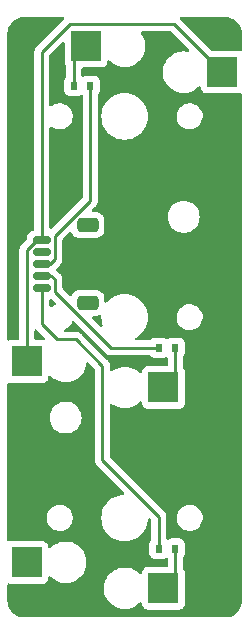
<source format=gbr>
%TF.GenerationSoftware,KiCad,Pcbnew,(7.0.0-0)*%
%TF.CreationDate,2023-06-28T18:09:58+08:00*%
%TF.ProjectId,thumb3,7468756d-6233-42e6-9b69-6361645f7063,v1.0.0*%
%TF.SameCoordinates,Original*%
%TF.FileFunction,Copper,L2,Bot*%
%TF.FilePolarity,Positive*%
%FSLAX46Y46*%
G04 Gerber Fmt 4.6, Leading zero omitted, Abs format (unit mm)*
G04 Created by KiCad (PCBNEW (7.0.0-0)) date 2023-06-28 18:09:58*
%MOMM*%
%LPD*%
G01*
G04 APERTURE LIST*
G04 Aperture macros list*
%AMRoundRect*
0 Rectangle with rounded corners*
0 $1 Rounding radius*
0 $2 $3 $4 $5 $6 $7 $8 $9 X,Y pos of 4 corners*
0 Add a 4 corners polygon primitive as box body*
4,1,4,$2,$3,$4,$5,$6,$7,$8,$9,$2,$3,0*
0 Add four circle primitives for the rounded corners*
1,1,$1+$1,$2,$3*
1,1,$1+$1,$4,$5*
1,1,$1+$1,$6,$7*
1,1,$1+$1,$8,$9*
0 Add four rect primitives between the rounded corners*
20,1,$1+$1,$2,$3,$4,$5,0*
20,1,$1+$1,$4,$5,$6,$7,0*
20,1,$1+$1,$6,$7,$8,$9,0*
20,1,$1+$1,$8,$9,$2,$3,0*%
G04 Aperture macros list end*
%TA.AperFunction,SMDPad,CuDef*%
%ADD10RoundRect,0.150000X-0.625000X0.150000X-0.625000X-0.150000X0.625000X-0.150000X0.625000X0.150000X0*%
%TD*%
%TA.AperFunction,SMDPad,CuDef*%
%ADD11RoundRect,0.250000X-0.650000X0.350000X-0.650000X-0.350000X0.650000X-0.350000X0.650000X0.350000X0*%
%TD*%
%TA.AperFunction,SMDPad,CuDef*%
%ADD12R,2.600000X2.600000*%
%TD*%
%TA.AperFunction,ComponentPad*%
%ADD13C,0.600000*%
%TD*%
%TA.AperFunction,SMDPad,CuDef*%
%ADD14R,0.600000X0.700000*%
%TD*%
%TA.AperFunction,Conductor*%
%ADD15C,0.250000*%
%TD*%
G04 APERTURE END LIST*
D10*
%TO.P,JC1,5*%
%TO.N,R2*%
X-7000000Y19500000D03*
%TO.P,JC1,4*%
%TO.N,R1*%
X-7000000Y20500000D03*
%TO.P,JC1,3*%
%TO.N,R0*%
X-7000000Y21500000D03*
%TO.P,JC1,2*%
%TO.N,C6*%
X-7000000Y22500000D03*
%TO.P,JC1,1*%
%TO.N,C5*%
X-7000000Y23500000D03*
D11*
%TO.P,JC1,MP*%
%TO.N,N/C*%
X-3125000Y24800000D03*
X-3125000Y18200000D03*
%TD*%
D12*
%TO.P,S1,1*%
%TO.N,C5_R0D*%
X-3274999Y39949999D03*
%TO.P,S1,2*%
%TO.N,C5*%
X8274999Y37749999D03*
D13*
%TO.P,S1,3*%
%TO.N,C5_R0D*%
X-3275000Y39950000D03*
%TO.P,S1,4*%
%TO.N,C5*%
X8275000Y37750000D03*
%TD*%
D14*
%TO.P,D1,1*%
%TO.N,R0*%
X-2899999Y36599999D03*
%TO.P,D1,2*%
%TO.N,C5_R0D*%
X-4299999Y36599999D03*
%TD*%
D12*
%TO.P,S2,1*%
%TO.N,C5_R1D*%
X3274999Y11049999D03*
%TO.P,S2,2*%
%TO.N,C5*%
X-8274999Y13249999D03*
D13*
%TO.P,S2,3*%
%TO.N,C5_R1D*%
X3275000Y11050000D03*
%TO.P,S2,4*%
%TO.N,C5*%
X-8275000Y13250000D03*
%TD*%
D14*
%TO.P,D2,1*%
%TO.N,R1*%
X2899999Y14399999D03*
%TO.P,D2,2*%
%TO.N,C5_R1D*%
X4299999Y14399999D03*
%TD*%
D12*
%TO.P,S3,1*%
%TO.N,C5_R2D*%
X3274999Y-5949999D03*
%TO.P,S3,2*%
%TO.N,C5*%
X-8274999Y-3749999D03*
D13*
%TO.P,S3,3*%
%TO.N,C5_R2D*%
X3275000Y-5950000D03*
%TO.P,S3,4*%
%TO.N,C5*%
X-8275000Y-3750000D03*
%TD*%
D14*
%TO.P,D3,1*%
%TO.N,R2*%
X2899999Y-2599999D03*
%TO.P,D3,2*%
%TO.N,C5_R2D*%
X4299999Y-2599999D03*
%TD*%
D15*
%TO.N,C5*%
X-7446751Y23500000D02*
X-7000000Y23500000D01*
X-8275000Y22671751D02*
X-7446751Y23500000D01*
X4200000Y41825000D02*
X-4650000Y41825000D01*
X8275000Y37750000D02*
X4200000Y41825000D01*
X-7000000Y39475000D02*
X-7000000Y23500000D01*
X-8275000Y13250000D02*
X-8275000Y22671751D01*
X-4650000Y41825000D02*
X-7000000Y39475000D01*
%TO.N,R0*%
X-6300000Y21500000D02*
X-7000000Y21500000D01*
X-5900000Y21900000D02*
X-6300000Y21500000D01*
X-2900000Y26838173D02*
X-5900000Y23838173D01*
X-2900000Y36600000D02*
X-2900000Y26838173D01*
X-5900000Y23838173D02*
X-5900000Y21900000D01*
%TO.N,R1*%
X-6200000Y20500000D02*
X-7000000Y20500000D01*
X-1138173Y14400000D02*
X-5900000Y19161827D01*
X-5900000Y19161827D02*
X-5900000Y20200000D01*
X2900000Y14400000D02*
X-1138173Y14400000D01*
X-5900000Y20200000D02*
X-6200000Y20500000D01*
%TO.N,R2*%
X-4125000Y15125000D02*
X-1875000Y12875000D01*
X-1875000Y12875000D02*
X-1875000Y4875000D01*
X2900000Y100000D02*
X2900000Y-2600000D01*
X-7000000Y16400000D02*
X-5725000Y15125000D01*
X-1875000Y4875000D02*
X2900000Y100000D01*
X-7000000Y19500000D02*
X-7000000Y16400000D01*
X-5725000Y15125000D02*
X-4125000Y15125000D01*
%TO.N,C5_R0D*%
X-4300000Y38925000D02*
X-3275000Y39950000D01*
X-4300000Y36600000D02*
X-4300000Y38925000D01*
%TO.N,C5_R1D*%
X4300000Y14400000D02*
X4300000Y12075000D01*
X4300000Y12075000D02*
X3275000Y11050000D01*
%TO.N,C5_R2D*%
X4300000Y-4925000D02*
X3275000Y-5950000D01*
X4300000Y-2600000D02*
X4300000Y-4925000D01*
%TD*%
%TA.AperFunction,NonConductor*%
G36*
X8504854Y42424118D02*
G01*
X8713113Y42407727D01*
X8732331Y42404683D01*
X8930705Y42357058D01*
X8949211Y42351045D01*
X9137694Y42272972D01*
X9155031Y42264139D01*
X9328981Y42157543D01*
X9344722Y42146106D01*
X9499859Y42013606D01*
X9513606Y41999859D01*
X9641029Y41850665D01*
X9646106Y41844722D01*
X9657543Y41828981D01*
X9764139Y41655031D01*
X9772972Y41637694D01*
X9851045Y41449211D01*
X9857058Y41430705D01*
X9904683Y41232331D01*
X9907727Y41213113D01*
X9924118Y41004854D01*
X9924500Y40995125D01*
X9924500Y39640956D01*
X9910375Y39583481D01*
X9871220Y39539100D01*
X9815953Y39517923D01*
X9757166Y39524774D01*
X9756941Y39524858D01*
X9684201Y39551989D01*
X9623638Y39558500D01*
X9620328Y39558500D01*
X7413767Y39558500D01*
X7366314Y39567939D01*
X7326086Y39594819D01*
X4708085Y42212819D01*
X4677835Y42262182D01*
X4673293Y42319898D01*
X4695448Y42373385D01*
X4739471Y42410985D01*
X4795766Y42424500D01*
X8475469Y42424500D01*
X8495125Y42424500D01*
X8504854Y42424118D01*
G37*
%TD.AperFunction*%
%TA.AperFunction,NonConductor*%
G36*
X-5134615Y40296551D02*
G01*
X-5097015Y40252528D01*
X-5083500Y40196233D01*
X-5083500Y38601362D01*
X-5076989Y38540799D01*
X-5025889Y38403796D01*
X-5020573Y38396695D01*
X-5020571Y38396691D01*
X-4958233Y38313417D01*
X-4939846Y38278266D01*
X-4933500Y38239107D01*
X-4933500Y37392600D01*
X-4942939Y37345147D01*
X-4963916Y37313751D01*
X-4963260Y37313261D01*
X-4963261Y37313261D01*
X-5050889Y37196204D01*
X-5101989Y37059201D01*
X-5108500Y36998638D01*
X-5108500Y36201362D01*
X-5101989Y36140799D01*
X-5050889Y36003796D01*
X-4963261Y35886739D01*
X-4956164Y35881426D01*
X-4900569Y35839808D01*
X-4846204Y35799111D01*
X-4837896Y35796012D01*
X-4837894Y35796011D01*
X-4716463Y35750719D01*
X-4716458Y35750717D01*
X-4709201Y35748011D01*
X-4701497Y35747182D01*
X-4701494Y35747182D01*
X-4651924Y35741853D01*
X-4651918Y35741852D01*
X-4648638Y35741500D01*
X-3954672Y35741500D01*
X-3951362Y35741500D01*
X-3948082Y35741852D01*
X-3948075Y35741853D01*
X-3898505Y35747182D01*
X-3898500Y35747182D01*
X-3890799Y35748011D01*
X-3883543Y35750717D01*
X-3883536Y35750719D01*
X-3762105Y35796011D01*
X-3762099Y35796013D01*
X-3753796Y35799111D01*
X-3746698Y35804423D01*
X-3746695Y35804426D01*
X-3731811Y35815569D01*
X-3668553Y35839808D01*
X-3601996Y35827186D01*
X-3552005Y35781469D01*
X-3533500Y35716302D01*
X-3533500Y27151939D01*
X-3542939Y27104486D01*
X-3569819Y27064258D01*
X-6154819Y24479258D01*
X-6204182Y24449008D01*
X-6261898Y24444466D01*
X-6315385Y24466621D01*
X-6352985Y24510644D01*
X-6366500Y24566939D01*
X-6366500Y33020540D01*
X-6349142Y33083813D01*
X-6301927Y33129372D01*
X-6238074Y33144461D01*
X-6175461Y33124856D01*
X-6006986Y33016584D01*
X-5811712Y32938407D01*
X-5805908Y32937288D01*
X-5805907Y32937288D01*
X-5610968Y32899717D01*
X-5610965Y32899716D01*
X-5605171Y32898600D01*
X-5450486Y32898600D01*
X-5447532Y32898600D01*
X-5444603Y32898879D01*
X-5444596Y32898880D01*
X-5296491Y32913022D01*
X-5296485Y32913023D01*
X-5290611Y32913584D01*
X-5284943Y32915248D01*
X-5284939Y32915249D01*
X-5094454Y32971180D01*
X-5094448Y32971182D01*
X-5088789Y32972844D01*
X-5083544Y32975547D01*
X-5083539Y32975550D01*
X-4907079Y33066522D01*
X-4907071Y33066526D01*
X-4901830Y33069229D01*
X-4897187Y33072880D01*
X-4741135Y33195599D01*
X-4741128Y33195605D01*
X-4736490Y33199253D01*
X-4732626Y33203711D01*
X-4732621Y33203717D01*
X-4602611Y33353756D01*
X-4602605Y33353763D01*
X-4598745Y33358219D01*
X-4548652Y33444982D01*
X-4496530Y33535260D01*
X-4496527Y33535264D01*
X-4493574Y33540381D01*
X-4491643Y33545960D01*
X-4491639Y33545969D01*
X-4426709Y33733572D01*
X-4426706Y33733581D01*
X-4424778Y33739154D01*
X-4423938Y33744990D01*
X-4423937Y33744998D01*
X-4395682Y33941515D01*
X-4395681Y33941521D01*
X-4394843Y33947355D01*
X-4395123Y33953239D01*
X-4395123Y33953246D01*
X-4404571Y34151561D01*
X-4404852Y34157459D01*
X-4428516Y34255001D01*
X-4453049Y34356130D01*
X-4453049Y34356132D01*
X-4454442Y34361871D01*
X-4456895Y34367242D01*
X-4456897Y34367248D01*
X-4539363Y34547824D01*
X-4539365Y34547828D01*
X-4541821Y34553205D01*
X-4663831Y34724544D01*
X-4816063Y34869697D01*
X-4993014Y34983416D01*
X-5188288Y35061593D01*
X-5394829Y35101400D01*
X-5552468Y35101400D01*
X-5709389Y35086416D01*
X-5911211Y35027156D01*
X-6098170Y34930771D01*
X-6164985Y34878227D01*
X-6165849Y34877548D01*
X-6229245Y34851729D01*
X-6296681Y34863483D01*
X-6347606Y34909226D01*
X-6366500Y34975019D01*
X-6366500Y39161234D01*
X-6357061Y39208687D01*
X-6330181Y39248915D01*
X-5295181Y40283914D01*
X-5245818Y40314164D01*
X-5188102Y40318706D01*
X-5134615Y40296551D01*
G37*
%TD.AperFunction*%
%TA.AperFunction,NonConductor*%
G36*
X-6204182Y18550992D02*
G01*
X-6154819Y18520742D01*
X-5865195Y18231118D01*
X-5834108Y18179077D01*
X-5831406Y18118517D01*
X-5857734Y18063914D01*
X-5906484Y18028543D01*
X-5911211Y18027156D01*
X-6098170Y17930771D01*
X-6164985Y17878227D01*
X-6165849Y17877548D01*
X-6229245Y17851729D01*
X-6296681Y17863483D01*
X-6347606Y17909226D01*
X-6366500Y17975019D01*
X-6366500Y18433061D01*
X-6352985Y18489356D01*
X-6315385Y18533379D01*
X-6261898Y18555534D01*
X-6204182Y18550992D01*
G37*
%TD.AperFunction*%
%TA.AperFunction,NonConductor*%
G36*
X-2020393Y17152828D02*
G01*
X-1978959Y17104430D01*
X-1967026Y17041847D01*
X-1970019Y17000000D01*
X-1949967Y16719637D01*
X-1890219Y16444982D01*
X-1858576Y16360144D01*
X-1853247Y16345857D01*
X-1847559Y16279636D01*
X-1876885Y16219991D01*
X-1932799Y16184057D01*
X-1999236Y16182159D01*
X-2057110Y16214842D01*
X-2722087Y16879819D01*
X-2752337Y16929182D01*
X-2756879Y16986898D01*
X-2734724Y17040385D01*
X-2690701Y17077985D01*
X-2634407Y17091500D01*
X-2427604Y17091500D01*
X-2427584Y17091500D01*
X-2424456Y17091501D01*
X-2421343Y17091818D01*
X-2421323Y17091820D01*
X-2327313Y17101424D01*
X-2327307Y17101425D01*
X-2320574Y17102113D01*
X-2314144Y17104243D01*
X-2314142Y17104244D01*
X-2159122Y17155611D01*
X-2159115Y17155613D01*
X-2152262Y17157885D01*
X-2146114Y17161676D01*
X-2143112Y17163077D01*
X-2080390Y17174263D01*
X-2020393Y17152828D01*
G37*
%TD.AperFunction*%
%TA.AperFunction,NonConductor*%
G36*
X-7438458Y15940544D02*
G01*
X-7431324Y15934642D01*
X-7422685Y15926781D01*
X-6757007Y15261103D01*
X-6725106Y15206226D01*
X-6724541Y15142753D01*
X-6755459Y15087316D01*
X-6809760Y15054443D01*
X-6865695Y15052948D01*
X-6865799Y15051989D01*
X-6926362Y15058500D01*
X-6929672Y15058500D01*
X-7517500Y15058500D01*
X-7579500Y15075113D01*
X-7624887Y15120500D01*
X-7641500Y15182500D01*
X-7641500Y15845002D01*
X-7622196Y15911445D01*
X-7570296Y15957201D01*
X-7501957Y15968024D01*
X-7438458Y15940544D01*
G37*
%TD.AperFunction*%
%TA.AperFunction,NonConductor*%
G36*
X-5189470Y42410985D02*
G01*
X-5145447Y42373385D01*
X-5123292Y42319898D01*
X-5127834Y42262182D01*
X-5158083Y42212819D01*
X-7392217Y39978686D01*
X-7400552Y39971102D01*
X-7407018Y39967000D01*
X-7453691Y39917296D01*
X-7456308Y39914595D01*
X-7476135Y39894770D01*
X-7478658Y39891517D01*
X-7486251Y39882624D01*
X-7516586Y39850321D01*
X-7526423Y39832425D01*
X-7537096Y39816177D01*
X-7549614Y39800041D01*
X-7567215Y39759364D01*
X-7572348Y39748887D01*
X-7593695Y39710060D01*
X-7598774Y39690273D01*
X-7605070Y39671885D01*
X-7613181Y39653145D01*
X-7620111Y39609385D01*
X-7622481Y39597942D01*
X-7633500Y39555030D01*
X-7633500Y39547229D01*
X-7633500Y39534615D01*
X-7635027Y39515217D01*
X-7638220Y39495057D01*
X-7634645Y39457240D01*
X-7634050Y39450942D01*
X-7633500Y39439273D01*
X-7633500Y24425721D01*
X-7646577Y24370294D01*
X-7683051Y24326558D01*
X-7729082Y24306425D01*
X-7728831Y24305562D01*
X-7888601Y24259145D01*
X-8031807Y24174453D01*
X-8149453Y24056807D01*
X-8234145Y23913601D01*
X-8280562Y23753831D01*
X-8283500Y23716502D01*
X-8283500Y23714057D01*
X-8283500Y23610517D01*
X-8292939Y23563064D01*
X-8319819Y23522836D01*
X-8667212Y23175441D01*
X-8675552Y23167853D01*
X-8682018Y23163751D01*
X-8728691Y23114046D01*
X-8731309Y23111345D01*
X-8751135Y23091521D01*
X-8753658Y23088268D01*
X-8761251Y23079375D01*
X-8791586Y23047072D01*
X-8801423Y23029176D01*
X-8812096Y23012928D01*
X-8824614Y22996792D01*
X-8842215Y22956115D01*
X-8847348Y22945638D01*
X-8868695Y22906811D01*
X-8873774Y22887024D01*
X-8880070Y22868636D01*
X-8888181Y22849896D01*
X-8895111Y22806136D01*
X-8897481Y22794693D01*
X-8908500Y22751781D01*
X-8908500Y22743980D01*
X-8908500Y22731366D01*
X-8910027Y22711968D01*
X-8913220Y22691808D01*
X-8909645Y22653991D01*
X-8909050Y22647693D01*
X-8908500Y22636024D01*
X-8908500Y15182500D01*
X-8925113Y15120500D01*
X-8970500Y15075113D01*
X-9032500Y15058500D01*
X-9623638Y15058500D01*
X-9684201Y15051989D01*
X-9733771Y15033500D01*
X-9757166Y15024774D01*
X-9815953Y15017923D01*
X-9871220Y15039100D01*
X-9910375Y15083481D01*
X-9924500Y15140956D01*
X-9924500Y40995125D01*
X-9924118Y41004854D01*
X-9907727Y41213113D01*
X-9904683Y41232331D01*
X-9857058Y41430705D01*
X-9851045Y41449211D01*
X-9772972Y41637694D01*
X-9764138Y41655031D01*
X-9657543Y41828977D01*
X-9646106Y41844719D01*
X-9513610Y41999852D01*
X-9499852Y42013610D01*
X-9344719Y42146106D01*
X-9328977Y42157543D01*
X-9155031Y42264138D01*
X-9137694Y42272972D01*
X-8949211Y42351045D01*
X-8930705Y42357058D01*
X-8732331Y42404683D01*
X-8713113Y42407727D01*
X-8504854Y42424118D01*
X-8495125Y42424500D01*
X-8475469Y42424500D01*
X-5245765Y42424500D01*
X-5189470Y42410985D01*
G37*
%TD.AperFunction*%
%TA.AperFunction,NonConductor*%
G36*
X-4324906Y16668877D02*
G01*
X-4271452Y16637375D01*
X-1641878Y14007801D01*
X-1634274Y13999445D01*
X-1630173Y13992982D01*
X-1624486Y13987642D01*
X-1580488Y13946325D01*
X-1577691Y13943614D01*
X-1557943Y13923866D01*
X-1554867Y13921480D01*
X-1554865Y13921478D01*
X-1554678Y13921333D01*
X-1545799Y13913749D01*
X-1513494Y13883414D01*
X-1495602Y13873578D01*
X-1479343Y13862897D01*
X-1469378Y13855167D01*
X-1469370Y13855162D01*
X-1463214Y13850387D01*
X-1456057Y13847290D01*
X-1422555Y13832792D01*
X-1412065Y13827653D01*
X-1380072Y13810064D01*
X-1380066Y13810062D01*
X-1373233Y13806305D01*
X-1365681Y13804365D01*
X-1365669Y13804361D01*
X-1353454Y13801225D01*
X-1335051Y13794925D01*
X-1316318Y13786819D01*
X-1308616Y13785599D01*
X-1272554Y13779887D01*
X-1261128Y13777521D01*
X-1218203Y13766500D01*
X-1197788Y13766500D01*
X-1178390Y13764973D01*
X-1158230Y13761780D01*
X-1150464Y13762514D01*
X-1150461Y13762514D01*
X-1114115Y13765950D01*
X-1102446Y13766500D01*
X2114961Y13766500D01*
X2170465Y13753384D01*
X2214226Y13716812D01*
X2236739Y13686739D01*
X2243835Y13681426D01*
X2243836Y13681426D01*
X2346695Y13604426D01*
X2346698Y13604423D01*
X2353796Y13599111D01*
X2362099Y13596013D01*
X2362105Y13596011D01*
X2483536Y13550719D01*
X2483543Y13550717D01*
X2490799Y13548011D01*
X2498500Y13547182D01*
X2498505Y13547182D01*
X2548075Y13541853D01*
X2548082Y13541852D01*
X2551362Y13541500D01*
X3245328Y13541500D01*
X3248638Y13541500D01*
X3251918Y13541852D01*
X3251924Y13541853D01*
X3301494Y13547182D01*
X3301497Y13547182D01*
X3309201Y13548011D01*
X3316458Y13550717D01*
X3316463Y13550719D01*
X3437894Y13596011D01*
X3437896Y13596012D01*
X3446204Y13599111D01*
X3468189Y13615569D01*
X3531447Y13639808D01*
X3598004Y13627186D01*
X3647995Y13581469D01*
X3666500Y13516302D01*
X3666500Y12982500D01*
X3649887Y12920500D01*
X3604500Y12875113D01*
X3542500Y12858500D01*
X1926362Y12858500D01*
X1865799Y12851989D01*
X1728796Y12800889D01*
X1611739Y12713261D01*
X1524111Y12596204D01*
X1521012Y12587896D01*
X1521011Y12587894D01*
X1475719Y12466463D01*
X1475717Y12466458D01*
X1473011Y12459201D01*
X1472182Y12451497D01*
X1472182Y12451494D01*
X1470213Y12433179D01*
X1466500Y12398638D01*
X1466500Y12395328D01*
X1466500Y12359046D01*
X1452561Y12301926D01*
X1413876Y12257649D01*
X1359145Y12236168D01*
X1300671Y12242314D01*
X1251601Y12274705D01*
X1193981Y12336805D01*
X988857Y12500386D01*
X761643Y12631568D01*
X517416Y12727420D01*
X261630Y12785802D01*
X65494Y12800500D01*
X-65494Y12800500D01*
X-261630Y12785802D01*
X-517416Y12727420D01*
X-761643Y12631568D01*
X-988857Y12500386D01*
X-1001345Y12490427D01*
X-1040188Y12459452D01*
X-1103617Y12433179D01*
X-1171302Y12444679D01*
X-1222494Y12490427D01*
X-1241500Y12556399D01*
X-1241500Y12796152D01*
X-1240968Y12807436D01*
X-1239298Y12814908D01*
X-1240557Y12854951D01*
X-1241439Y12883030D01*
X-1241500Y12886925D01*
X-1241500Y12910960D01*
X-1241500Y12914856D01*
X-1242018Y12918960D01*
X-1242933Y12930586D01*
X-1244080Y12967094D01*
X-1244081Y12967101D01*
X-1244326Y12974889D01*
X-1250022Y12994498D01*
X-1253965Y13013539D01*
X-1255546Y13026053D01*
X-1255548Y13026064D01*
X-1256526Y13033797D01*
X-1259394Y13041042D01*
X-1259397Y13041052D01*
X-1272832Y13074985D01*
X-1276615Y13086032D01*
X-1286805Y13121103D01*
X-1288981Y13128593D01*
X-1299375Y13146169D01*
X-1307933Y13163638D01*
X-1312576Y13175365D01*
X-1312578Y13175369D01*
X-1315448Y13182617D01*
X-1341489Y13218460D01*
X-1347901Y13228221D01*
X-1366486Y13259646D01*
X-1370458Y13266362D01*
X-1384889Y13280793D01*
X-1397525Y13295588D01*
X-1404938Y13305791D01*
X-1404943Y13305796D01*
X-1409528Y13312107D01*
X-1443668Y13340350D01*
X-1452308Y13348212D01*
X-3621301Y15517206D01*
X-3628898Y15525555D01*
X-3633000Y15532018D01*
X-3638682Y15537353D01*
X-3638689Y15537362D01*
X-3682666Y15578657D01*
X-3685467Y15581371D01*
X-3702474Y15598379D01*
X-3702475Y15598379D01*
X-3705230Y15601135D01*
X-3708503Y15603674D01*
X-3717383Y15611259D01*
X-3743992Y15636246D01*
X-3743993Y15636246D01*
X-3749679Y15641586D01*
X-3767565Y15651418D01*
X-3783829Y15662102D01*
X-3793792Y15669831D01*
X-3793795Y15669833D01*
X-3799959Y15674614D01*
X-3840616Y15692207D01*
X-3851111Y15697348D01*
X-3854211Y15699052D01*
X-3889940Y15718695D01*
X-3909716Y15723772D01*
X-3928123Y15730075D01*
X-3939691Y15735081D01*
X-3939692Y15735081D01*
X-3946855Y15738181D01*
X-3990621Y15745112D01*
X-4002041Y15747477D01*
X-4044970Y15758500D01*
X-4052771Y15758500D01*
X-4065385Y15758500D01*
X-4084783Y15760027D01*
X-4085071Y15760072D01*
X-4104943Y15763220D01*
X-4143476Y15759577D01*
X-4149058Y15759050D01*
X-4160727Y15758500D01*
X-4993424Y15758500D01*
X-5056443Y15775708D01*
X-5101972Y15822556D01*
X-5117373Y15886041D01*
X-5098373Y15948543D01*
X-5050245Y15992715D01*
X-4907079Y16066522D01*
X-4907071Y16066526D01*
X-4901830Y16069229D01*
X-4872387Y16092383D01*
X-4741135Y16195599D01*
X-4741128Y16195605D01*
X-4736490Y16199253D01*
X-4732626Y16203711D01*
X-4732621Y16203717D01*
X-4602611Y16353756D01*
X-4602605Y16353763D01*
X-4598745Y16358219D01*
X-4548652Y16444982D01*
X-4496530Y16535260D01*
X-4496527Y16535264D01*
X-4493574Y16540381D01*
X-4491643Y16545960D01*
X-4491639Y16545969D01*
X-4476312Y16590253D01*
X-4441994Y16641944D01*
X-4386930Y16670538D01*
X-4324906Y16668877D01*
G37*
%TD.AperFunction*%
%TA.AperFunction,NonConductor*%
G36*
X3933687Y41182061D02*
G01*
X3973915Y41155181D01*
X5451820Y39677274D01*
X5483670Y39622581D01*
X5484380Y39559294D01*
X5453765Y39503901D01*
X5399800Y39470832D01*
X5336548Y39468702D01*
X5261630Y39485802D01*
X5065494Y39500500D01*
X4934506Y39500500D01*
X4738370Y39485802D01*
X4482584Y39427420D01*
X4238357Y39331568D01*
X4011143Y39200386D01*
X3806019Y39036805D01*
X3627567Y38844479D01*
X3479772Y38627704D01*
X3477756Y38623519D01*
X3477756Y38623518D01*
X3371944Y38403796D01*
X3365937Y38391323D01*
X3364573Y38386901D01*
X3364569Y38386891D01*
X3289971Y38145048D01*
X3288604Y38140615D01*
X3287913Y38136035D01*
X3287912Y38136028D01*
X3250190Y37885765D01*
X3250189Y37885754D01*
X3249500Y37881182D01*
X3249500Y37618818D01*
X3250189Y37614246D01*
X3250190Y37614234D01*
X3287912Y37363971D01*
X3287914Y37363961D01*
X3288604Y37359385D01*
X3289968Y37354959D01*
X3289971Y37354951D01*
X3364569Y37113108D01*
X3364574Y37113093D01*
X3365937Y37108677D01*
X3367944Y37104508D01*
X3367949Y37104497D01*
X3477756Y36876481D01*
X3477759Y36876474D01*
X3479772Y36872296D01*
X3627567Y36655521D01*
X3630713Y36652129D01*
X3630719Y36652123D01*
X3773656Y36498074D01*
X3806019Y36463195D01*
X3809641Y36460306D01*
X3809646Y36460302D01*
X4007516Y36302506D01*
X4007519Y36302503D01*
X4011143Y36299614D01*
X4015159Y36297295D01*
X4015161Y36297294D01*
X4234335Y36170753D01*
X4234346Y36170747D01*
X4238357Y36168432D01*
X4242670Y36166739D01*
X4242681Y36166734D01*
X4478261Y36074276D01*
X4478268Y36074273D01*
X4482584Y36072580D01*
X4487102Y36071548D01*
X4487108Y36071547D01*
X4733850Y36015229D01*
X4733858Y36015227D01*
X4738370Y36014198D01*
X4742989Y36013851D01*
X4742995Y36013851D01*
X4932191Y35999673D01*
X4932203Y35999672D01*
X4934506Y35999500D01*
X5063177Y35999500D01*
X5065494Y35999500D01*
X5067797Y35999672D01*
X5067808Y35999673D01*
X5257004Y36013851D01*
X5257008Y36013851D01*
X5261630Y36014198D01*
X5266143Y36015228D01*
X5266149Y36015229D01*
X5512891Y36071547D01*
X5512893Y36071547D01*
X5517416Y36072580D01*
X5521734Y36074275D01*
X5521738Y36074276D01*
X5757318Y36166734D01*
X5757324Y36166737D01*
X5761643Y36168432D01*
X5765658Y36170750D01*
X5765664Y36170753D01*
X5894216Y36244973D01*
X5988857Y36299614D01*
X6193981Y36463195D01*
X6251601Y36525295D01*
X6300671Y36557686D01*
X6359145Y36563832D01*
X6413876Y36542351D01*
X6452561Y36498074D01*
X6466500Y36440954D01*
X6466500Y36401362D01*
X6466852Y36398082D01*
X6466853Y36398075D01*
X6472182Y36348505D01*
X6472182Y36348500D01*
X6473011Y36340799D01*
X6475717Y36333543D01*
X6475719Y36333536D01*
X6521011Y36212105D01*
X6521013Y36212099D01*
X6524111Y36203796D01*
X6529423Y36196698D01*
X6529426Y36196695D01*
X6606426Y36093835D01*
X6606429Y36093831D01*
X6611739Y36086739D01*
X6618831Y36081429D01*
X6618835Y36081426D01*
X6721695Y36004426D01*
X6721698Y36004423D01*
X6728796Y35999111D01*
X6737099Y35996013D01*
X6737105Y35996011D01*
X6858536Y35950719D01*
X6858543Y35950717D01*
X6865799Y35948011D01*
X6873500Y35947182D01*
X6873505Y35947182D01*
X6923075Y35941853D01*
X6923082Y35941852D01*
X6926362Y35941500D01*
X9620328Y35941500D01*
X9623638Y35941500D01*
X9626918Y35941852D01*
X9626924Y35941853D01*
X9676494Y35947182D01*
X9676497Y35947182D01*
X9684201Y35948011D01*
X9691458Y35950717D01*
X9691463Y35950719D01*
X9757166Y35975226D01*
X9815953Y35982077D01*
X9871220Y35960900D01*
X9910375Y35916519D01*
X9924500Y35859044D01*
X9924500Y-6995125D01*
X9924118Y-7004854D01*
X9907727Y-7213113D01*
X9904683Y-7232331D01*
X9857058Y-7430705D01*
X9851045Y-7449211D01*
X9772972Y-7637694D01*
X9764139Y-7655031D01*
X9657543Y-7828981D01*
X9646105Y-7844722D01*
X9513606Y-7999859D01*
X9499859Y-8013606D01*
X9350665Y-8141029D01*
X9344722Y-8146106D01*
X9328981Y-8157543D01*
X9155031Y-8264139D01*
X9137694Y-8272972D01*
X8949211Y-8351045D01*
X8930705Y-8357058D01*
X8732331Y-8404683D01*
X8713113Y-8407727D01*
X8504854Y-8424118D01*
X8495125Y-8424500D01*
X-8495125Y-8424500D01*
X-8504854Y-8424118D01*
X-8713113Y-8407727D01*
X-8732331Y-8404683D01*
X-8930705Y-8357058D01*
X-8949211Y-8351045D01*
X-9137694Y-8272972D01*
X-9155031Y-8264138D01*
X-9328977Y-8157543D01*
X-9344719Y-8146106D01*
X-9499852Y-8013610D01*
X-9513610Y-7999852D01*
X-9646106Y-7844719D01*
X-9657543Y-7828977D01*
X-9764138Y-7655031D01*
X-9772972Y-7637694D01*
X-9851045Y-7449211D01*
X-9857058Y-7430705D01*
X-9904683Y-7232331D01*
X-9907727Y-7213113D01*
X-9924118Y-7004854D01*
X-9924500Y-6995125D01*
X-9924500Y-5640956D01*
X-9910375Y-5583481D01*
X-9871220Y-5539100D01*
X-9815953Y-5517923D01*
X-9757166Y-5524773D01*
X-9684201Y-5551989D01*
X-9623638Y-5558500D01*
X-6929672Y-5558500D01*
X-6926362Y-5558500D01*
X-6865799Y-5551989D01*
X-6728796Y-5500889D01*
X-6611739Y-5413261D01*
X-6524111Y-5296204D01*
X-6487293Y-5197493D01*
X-6475719Y-5166463D01*
X-6475717Y-5166458D01*
X-6473011Y-5159201D01*
X-6466500Y-5098638D01*
X-6466500Y-5059046D01*
X-6452561Y-5001926D01*
X-6413876Y-4957649D01*
X-6359145Y-4936168D01*
X-6300671Y-4942314D01*
X-6251601Y-4974704D01*
X-6193981Y-5036805D01*
X-5988857Y-5200386D01*
X-5761643Y-5331568D01*
X-5517416Y-5427420D01*
X-5261630Y-5485802D01*
X-5065494Y-5500500D01*
X-4936823Y-5500500D01*
X-4934506Y-5500500D01*
X-4738370Y-5485802D01*
X-4482584Y-5427420D01*
X-4238357Y-5331568D01*
X-4011143Y-5200386D01*
X-3806019Y-5036805D01*
X-3627567Y-4844479D01*
X-3479772Y-4627704D01*
X-3375945Y-4412105D01*
X-3367949Y-4395502D01*
X-3367946Y-4395496D01*
X-3365937Y-4391323D01*
X-3364573Y-4386901D01*
X-3364569Y-4386891D01*
X-3289971Y-4145048D01*
X-3289969Y-4145043D01*
X-3288604Y-4140615D01*
X-3287913Y-4136035D01*
X-3287912Y-4136028D01*
X-3250190Y-3885765D01*
X-3250189Y-3885754D01*
X-3249500Y-3881182D01*
X-3249500Y-3618818D01*
X-3250189Y-3614246D01*
X-3250190Y-3614234D01*
X-3287912Y-3363971D01*
X-3287914Y-3363961D01*
X-3288604Y-3359385D01*
X-3289968Y-3354959D01*
X-3289971Y-3354951D01*
X-3364569Y-3113108D01*
X-3364574Y-3113093D01*
X-3365937Y-3108677D01*
X-3367944Y-3104508D01*
X-3367949Y-3104497D01*
X-3477756Y-2876481D01*
X-3477759Y-2876474D01*
X-3479772Y-2872296D01*
X-3627567Y-2655521D01*
X-3630713Y-2652129D01*
X-3630719Y-2652123D01*
X-3802863Y-2466596D01*
X-3802865Y-2466593D01*
X-3806019Y-2463195D01*
X-3809641Y-2460306D01*
X-3809646Y-2460302D01*
X-4007516Y-2302506D01*
X-4007519Y-2302503D01*
X-4011143Y-2299614D01*
X-4015161Y-2297294D01*
X-4234335Y-2170753D01*
X-4234346Y-2170747D01*
X-4238357Y-2168432D01*
X-4242670Y-2166739D01*
X-4242681Y-2166734D01*
X-4478261Y-2074276D01*
X-4478268Y-2074273D01*
X-4482584Y-2072580D01*
X-4487102Y-2071548D01*
X-4487108Y-2071547D01*
X-4733850Y-2015229D01*
X-4733858Y-2015227D01*
X-4738370Y-2014198D01*
X-4742989Y-2013851D01*
X-4742995Y-2013851D01*
X-4932191Y-1999673D01*
X-4932203Y-1999672D01*
X-4934506Y-1999500D01*
X-5065494Y-1999500D01*
X-5067797Y-1999672D01*
X-5067808Y-1999673D01*
X-5257004Y-2013851D01*
X-5257008Y-2013851D01*
X-5261630Y-2014198D01*
X-5266143Y-2015228D01*
X-5266149Y-2015229D01*
X-5512891Y-2071547D01*
X-5512893Y-2071547D01*
X-5517416Y-2072580D01*
X-5521734Y-2074275D01*
X-5521738Y-2074276D01*
X-5757318Y-2166734D01*
X-5757324Y-2166737D01*
X-5761643Y-2168432D01*
X-5765658Y-2170750D01*
X-5765664Y-2170753D01*
X-5824413Y-2204672D01*
X-5988857Y-2299614D01*
X-6193981Y-2463195D01*
X-6197134Y-2466593D01*
X-6197136Y-2466595D01*
X-6251601Y-2525295D01*
X-6300671Y-2557686D01*
X-6359145Y-2563832D01*
X-6413876Y-2542351D01*
X-6452561Y-2498074D01*
X-6466500Y-2440954D01*
X-6466500Y-2404672D01*
X-6466500Y-2401362D01*
X-6466853Y-2398075D01*
X-6472182Y-2348505D01*
X-6472182Y-2348500D01*
X-6473011Y-2340799D01*
X-6475717Y-2333543D01*
X-6475719Y-2333536D01*
X-6521011Y-2212105D01*
X-6521013Y-2212099D01*
X-6524111Y-2203796D01*
X-6529423Y-2196698D01*
X-6529426Y-2196695D01*
X-6606426Y-2093835D01*
X-6606429Y-2093831D01*
X-6611739Y-2086739D01*
X-6618831Y-2081429D01*
X-6618835Y-2081426D01*
X-6721695Y-2004426D01*
X-6721698Y-2004423D01*
X-6728796Y-1999111D01*
X-6737099Y-1996013D01*
X-6737105Y-1996011D01*
X-6858536Y-1950719D01*
X-6858543Y-1950717D01*
X-6865799Y-1948011D01*
X-6873500Y-1947182D01*
X-6873505Y-1947182D01*
X-6923075Y-1941853D01*
X-6923082Y-1941852D01*
X-6926362Y-1941500D01*
X-9623638Y-1941500D01*
X-9626918Y-1941852D01*
X-9626924Y-1941853D01*
X-9676494Y-1947182D01*
X-9676497Y-1947182D01*
X-9684201Y-1948011D01*
X-9691458Y-1950717D01*
X-9691463Y-1950719D01*
X-9757166Y-1975226D01*
X-9815953Y-1982077D01*
X-9871220Y-1960900D01*
X-9910375Y-1916519D01*
X-9924500Y-1859044D01*
X-9924500Y52645D01*
X-6605157Y52645D01*
X-6595148Y-157459D01*
X-6545558Y-361871D01*
X-6458179Y-553205D01*
X-6336169Y-724544D01*
X-6183937Y-869697D01*
X-6006986Y-983416D01*
X-5811712Y-1061593D01*
X-5605171Y-1101400D01*
X-5450486Y-1101400D01*
X-5447532Y-1101400D01*
X-5290611Y-1086416D01*
X-5088789Y-1027156D01*
X-4901830Y-930771D01*
X-4736490Y-800747D01*
X-4673994Y-728623D01*
X-4602611Y-646243D01*
X-4602609Y-646240D01*
X-4598745Y-641781D01*
X-4493574Y-459619D01*
X-4491641Y-454035D01*
X-4491639Y-454030D01*
X-4426709Y-266427D01*
X-4426707Y-266421D01*
X-4424778Y-260846D01*
X-4423938Y-255007D01*
X-4423937Y-255001D01*
X-4395682Y-58484D01*
X-4395681Y-58478D01*
X-4394843Y-52645D01*
X-4395123Y-46760D01*
X-4395123Y-46753D01*
X-4404571Y151561D01*
X-4404852Y157459D01*
X-4429436Y258797D01*
X-4453049Y356130D01*
X-4453049Y356132D01*
X-4454442Y361871D01*
X-4456895Y367242D01*
X-4456897Y367248D01*
X-4539363Y547824D01*
X-4539365Y547828D01*
X-4541821Y553205D01*
X-4663831Y724544D01*
X-4816063Y869697D01*
X-4993014Y983416D01*
X-5188288Y1061593D01*
X-5394829Y1101400D01*
X-5552468Y1101400D01*
X-5709389Y1086416D01*
X-5911211Y1027156D01*
X-6098170Y930771D01*
X-6263510Y800747D01*
X-6401255Y641781D01*
X-6506426Y459619D01*
X-6575222Y260846D01*
X-6605157Y52645D01*
X-9924500Y52645D01*
X-9924500Y8500000D01*
X-6355659Y8500000D01*
X-6335063Y8264592D01*
X-6273903Y8036337D01*
X-6174035Y7822171D01*
X-6038495Y7628599D01*
X-5871401Y7461505D01*
X-5677829Y7325965D01*
X-5463663Y7226097D01*
X-5458438Y7224697D01*
X-5458430Y7224694D01*
X-5240634Y7166337D01*
X-5240630Y7166336D01*
X-5235408Y7164937D01*
X-5230020Y7164465D01*
X-5230017Y7164465D01*
X-5061664Y7149736D01*
X-5061662Y7149735D01*
X-5058966Y7149500D01*
X-4943742Y7149500D01*
X-4941034Y7149500D01*
X-4938338Y7149735D01*
X-4938335Y7149736D01*
X-4769982Y7164465D01*
X-4769977Y7164465D01*
X-4764592Y7164937D01*
X-4759371Y7166335D01*
X-4759365Y7166337D01*
X-4541569Y7224694D01*
X-4541557Y7224698D01*
X-4536337Y7226097D01*
X-4531432Y7228383D01*
X-4531427Y7228386D01*
X-4327081Y7323675D01*
X-4327077Y7323677D01*
X-4322171Y7325965D01*
X-4317738Y7329068D01*
X-4317731Y7329073D01*
X-4133034Y7458399D01*
X-4133029Y7458402D01*
X-4128599Y7461505D01*
X-4124775Y7465328D01*
X-4124769Y7465334D01*
X-3965336Y7624767D01*
X-3965330Y7624773D01*
X-3961505Y7628599D01*
X-3958406Y7633023D01*
X-3958399Y7633033D01*
X-3829066Y7817740D01*
X-3829061Y7817747D01*
X-3825965Y7822170D01*
X-3823683Y7827061D01*
X-3823678Y7827072D01*
X-3728386Y8031427D01*
X-3728383Y8031432D01*
X-3726097Y8036337D01*
X-3724698Y8041557D01*
X-3724694Y8041569D01*
X-3666337Y8259365D01*
X-3666335Y8259371D01*
X-3664937Y8264592D01*
X-3644341Y8500000D01*
X-3664937Y8735408D01*
X-3666337Y8740634D01*
X-3724694Y8958430D01*
X-3724697Y8958438D01*
X-3726097Y8963663D01*
X-3825965Y9177829D01*
X-3961505Y9371401D01*
X-4128599Y9538495D01*
X-4322171Y9674035D01*
X-4536337Y9773903D01*
X-4764592Y9835063D01*
X-4941034Y9850500D01*
X-5058966Y9850500D01*
X-5235408Y9835063D01*
X-5463663Y9773903D01*
X-5677829Y9674035D01*
X-5871401Y9538495D01*
X-6038495Y9371401D01*
X-6174035Y9177830D01*
X-6273903Y8963663D01*
X-6335063Y8735408D01*
X-6355659Y8500000D01*
X-9924500Y8500000D01*
X-9924500Y11359044D01*
X-9910375Y11416519D01*
X-9871220Y11460900D01*
X-9815953Y11482077D01*
X-9757166Y11475226D01*
X-9691463Y11450719D01*
X-9691458Y11450717D01*
X-9684201Y11448011D01*
X-9676497Y11447182D01*
X-9676494Y11447182D01*
X-9626924Y11441853D01*
X-9626918Y11441852D01*
X-9623638Y11441500D01*
X-6929672Y11441500D01*
X-6926362Y11441500D01*
X-6923082Y11441852D01*
X-6923075Y11441853D01*
X-6873505Y11447182D01*
X-6873500Y11447182D01*
X-6865799Y11448011D01*
X-6858543Y11450717D01*
X-6858536Y11450719D01*
X-6737105Y11496011D01*
X-6737099Y11496013D01*
X-6728796Y11499111D01*
X-6721698Y11504423D01*
X-6721695Y11504426D01*
X-6618835Y11581426D01*
X-6618831Y11581429D01*
X-6611739Y11586739D01*
X-6606429Y11593831D01*
X-6606426Y11593835D01*
X-6529426Y11696695D01*
X-6529423Y11696698D01*
X-6524111Y11703796D01*
X-6521013Y11712099D01*
X-6521011Y11712105D01*
X-6475719Y11833536D01*
X-6475717Y11833543D01*
X-6473011Y11840799D01*
X-6472182Y11848500D01*
X-6472182Y11848505D01*
X-6466853Y11898075D01*
X-6466852Y11898082D01*
X-6466500Y11901362D01*
X-6466500Y11940954D01*
X-6452561Y11998074D01*
X-6413876Y12042351D01*
X-6359145Y12063832D01*
X-6300671Y12057686D01*
X-6251601Y12025295D01*
X-6193981Y11963195D01*
X-5988857Y11799614D01*
X-5894216Y11744973D01*
X-5765664Y11670753D01*
X-5765658Y11670750D01*
X-5761643Y11668432D01*
X-5757324Y11666737D01*
X-5757318Y11666734D01*
X-5521738Y11574276D01*
X-5521734Y11574275D01*
X-5517416Y11572580D01*
X-5512893Y11571547D01*
X-5512891Y11571547D01*
X-5266149Y11515229D01*
X-5266143Y11515228D01*
X-5261630Y11514198D01*
X-5257008Y11513851D01*
X-5257004Y11513851D01*
X-5067808Y11499673D01*
X-5067797Y11499672D01*
X-5065494Y11499500D01*
X-4936823Y11499500D01*
X-4934506Y11499500D01*
X-4932203Y11499672D01*
X-4932191Y11499673D01*
X-4742995Y11513851D01*
X-4742989Y11513851D01*
X-4738370Y11514198D01*
X-4733858Y11515227D01*
X-4733850Y11515229D01*
X-4487108Y11571547D01*
X-4487102Y11571548D01*
X-4482584Y11572580D01*
X-4478268Y11574273D01*
X-4478261Y11574276D01*
X-4242681Y11666734D01*
X-4242670Y11666739D01*
X-4238357Y11668432D01*
X-4234346Y11670747D01*
X-4234335Y11670753D01*
X-4015161Y11797294D01*
X-4015159Y11797295D01*
X-4011143Y11799614D01*
X-4007519Y11802503D01*
X-4007516Y11802506D01*
X-3809646Y11960302D01*
X-3809641Y11960306D01*
X-3806019Y11963195D01*
X-3773656Y11998074D01*
X-3630719Y12152123D01*
X-3630713Y12152129D01*
X-3627567Y12155521D01*
X-3624957Y12159349D01*
X-3482387Y12368460D01*
X-3482385Y12368463D01*
X-3479772Y12372296D01*
X-3477759Y12376474D01*
X-3477756Y12376481D01*
X-3367949Y12604497D01*
X-3367944Y12604508D01*
X-3365937Y12608677D01*
X-3364574Y12613093D01*
X-3364569Y12613108D01*
X-3289971Y12854951D01*
X-3289968Y12854959D01*
X-3288604Y12859385D01*
X-3287914Y12863961D01*
X-3287912Y12863971D01*
X-3255357Y13079958D01*
X-3227482Y13141478D01*
X-3171501Y13179263D01*
X-3104020Y13182104D01*
X-3045061Y13149157D01*
X-2544819Y12648915D01*
X-2517939Y12608687D01*
X-2508500Y12561234D01*
X-2508500Y4953846D01*
X-2509031Y4942562D01*
X-2510702Y4935091D01*
X-2508561Y4866983D01*
X-2508500Y4863087D01*
X-2508500Y4835144D01*
X-2507982Y4831049D01*
X-2507064Y4819392D01*
X-2505673Y4775111D01*
X-2501551Y4760926D01*
X-2499979Y4755512D01*
X-2496032Y4736455D01*
X-2493474Y4716203D01*
X-2477159Y4674998D01*
X-2473379Y4663955D01*
X-2461018Y4621407D01*
X-2450619Y4603824D01*
X-2442070Y4586371D01*
X-2434552Y4567383D01*
X-2408503Y4531530D01*
X-2402098Y4521779D01*
X-2379542Y4483638D01*
X-2374024Y4478120D01*
X-2365107Y4469203D01*
X-2352470Y4454407D01*
X-2340472Y4437893D01*
X-2334460Y4432920D01*
X-2334457Y4432916D01*
X-2306325Y4409643D01*
X-2297685Y4401781D01*
X-66866Y2170960D01*
X-37177Y2123280D01*
X-31572Y2067389D01*
X-51202Y2014760D01*
X-92039Y1976191D01*
X-145702Y1959598D01*
X-280363Y1949967D01*
X-555018Y1890219D01*
X-818375Y1791992D01*
X-1065073Y1657285D01*
X-1290088Y1488841D01*
X-1488841Y1290088D01*
X-1657285Y1065073D01*
X-1791992Y818375D01*
X-1890219Y555018D01*
X-1949967Y280363D01*
X-1970019Y0D01*
X-1949967Y-280363D01*
X-1890219Y-555018D01*
X-1791992Y-818375D01*
X-1657285Y-1065073D01*
X-1488841Y-1290088D01*
X-1290088Y-1488841D01*
X-1065073Y-1657285D01*
X-818375Y-1791992D01*
X-555018Y-1890219D01*
X-280363Y-1949967D01*
X-70175Y-1965000D01*
X67960Y-1965000D01*
X70175Y-1965000D01*
X280363Y-1949967D01*
X555018Y-1890219D01*
X818375Y-1791992D01*
X1065073Y-1657285D01*
X1290088Y-1488841D01*
X1488841Y-1290088D01*
X1657285Y-1065073D01*
X1791992Y-818375D01*
X1890219Y-555018D01*
X1949967Y-280363D01*
X1959598Y-145702D01*
X1976191Y-92039D01*
X2014760Y-51202D01*
X2067389Y-31572D01*
X2123280Y-37177D01*
X2170963Y-66868D01*
X2230181Y-126086D01*
X2257061Y-166314D01*
X2266500Y-213767D01*
X2266500Y-1807400D01*
X2257061Y-1854853D01*
X2236083Y-1886248D01*
X2236739Y-1886739D01*
X2154426Y-1996695D01*
X2154423Y-1996698D01*
X2149111Y-2003796D01*
X2146013Y-2012099D01*
X2146011Y-2012105D01*
X2100719Y-2133536D01*
X2100717Y-2133543D01*
X2098011Y-2140799D01*
X2097182Y-2148500D01*
X2097182Y-2148505D01*
X2091853Y-2198075D01*
X2091500Y-2201362D01*
X2091500Y-2998638D01*
X2098011Y-3059201D01*
X2100717Y-3066458D01*
X2100719Y-3066463D01*
X2118117Y-3113108D01*
X2149111Y-3196204D01*
X2154425Y-3203303D01*
X2154426Y-3203304D01*
X2199999Y-3264183D01*
X2236739Y-3313261D01*
X2353796Y-3400889D01*
X2490799Y-3451989D01*
X2551362Y-3458500D01*
X3245328Y-3458500D01*
X3248638Y-3458500D01*
X3309201Y-3451989D01*
X3446204Y-3400889D01*
X3468189Y-3384430D01*
X3531447Y-3360192D01*
X3598004Y-3372814D01*
X3647995Y-3418531D01*
X3666500Y-3483698D01*
X3666500Y-4017500D01*
X3649887Y-4079500D01*
X3604500Y-4124887D01*
X3542500Y-4141500D01*
X1926362Y-4141500D01*
X1923082Y-4141852D01*
X1923075Y-4141853D01*
X1873505Y-4147182D01*
X1873500Y-4147182D01*
X1865799Y-4148011D01*
X1858543Y-4150717D01*
X1858536Y-4150719D01*
X1737105Y-4196011D01*
X1737099Y-4196013D01*
X1728796Y-4199111D01*
X1721698Y-4204423D01*
X1721695Y-4204426D01*
X1618835Y-4281426D01*
X1618831Y-4281429D01*
X1611739Y-4286739D01*
X1606429Y-4293831D01*
X1606426Y-4293835D01*
X1529426Y-4396695D01*
X1529423Y-4396698D01*
X1524111Y-4403796D01*
X1521013Y-4412099D01*
X1521011Y-4412105D01*
X1475719Y-4533536D01*
X1475717Y-4533543D01*
X1473011Y-4540799D01*
X1472182Y-4548500D01*
X1472182Y-4548505D01*
X1466853Y-4598075D01*
X1466500Y-4601362D01*
X1466500Y-4604672D01*
X1466500Y-4640954D01*
X1452561Y-4698074D01*
X1413876Y-4742351D01*
X1359145Y-4763832D01*
X1300671Y-4757686D01*
X1251601Y-4725295D01*
X1197136Y-4666595D01*
X1197134Y-4666593D01*
X1193981Y-4663195D01*
X988857Y-4499614D01*
X837287Y-4412105D01*
X765664Y-4370753D01*
X765658Y-4370750D01*
X761643Y-4368432D01*
X757324Y-4366737D01*
X757318Y-4366734D01*
X521738Y-4274276D01*
X521734Y-4274275D01*
X517416Y-4272580D01*
X512893Y-4271547D01*
X512891Y-4271547D01*
X266149Y-4215229D01*
X266143Y-4215228D01*
X261630Y-4214198D01*
X257008Y-4213851D01*
X257004Y-4213851D01*
X67808Y-4199673D01*
X67797Y-4199672D01*
X65494Y-4199500D01*
X-65494Y-4199500D01*
X-67797Y-4199672D01*
X-67808Y-4199673D01*
X-257004Y-4213851D01*
X-257008Y-4213851D01*
X-261630Y-4214198D01*
X-266143Y-4215228D01*
X-266149Y-4215229D01*
X-512891Y-4271547D01*
X-512893Y-4271547D01*
X-517416Y-4272580D01*
X-521734Y-4274275D01*
X-521738Y-4274276D01*
X-757318Y-4366734D01*
X-757324Y-4366737D01*
X-761643Y-4368432D01*
X-765658Y-4370750D01*
X-765664Y-4370753D01*
X-837287Y-4412105D01*
X-988857Y-4499614D01*
X-1193981Y-4663195D01*
X-1372433Y-4855521D01*
X-1520228Y-5072296D01*
X-1634063Y-5308677D01*
X-1635428Y-5313105D01*
X-1635430Y-5313108D01*
X-1664134Y-5406164D01*
X-1711396Y-5559385D01*
X-1750500Y-5818818D01*
X-1750500Y-6081182D01*
X-1711396Y-6340615D01*
X-1634063Y-6591323D01*
X-1520228Y-6827704D01*
X-1372433Y-7044479D01*
X-1193981Y-7236805D01*
X-988857Y-7400386D01*
X-761643Y-7531568D01*
X-517416Y-7627420D01*
X-261630Y-7685802D01*
X-65494Y-7700500D01*
X63177Y-7700500D01*
X65494Y-7700500D01*
X261630Y-7685802D01*
X517416Y-7627420D01*
X761643Y-7531568D01*
X988857Y-7400386D01*
X1193981Y-7236805D01*
X1251601Y-7174704D01*
X1300671Y-7142314D01*
X1359145Y-7136168D01*
X1413876Y-7157649D01*
X1452561Y-7201926D01*
X1466500Y-7259046D01*
X1466500Y-7298638D01*
X1473011Y-7359201D01*
X1475717Y-7366458D01*
X1475719Y-7366463D01*
X1506583Y-7449211D01*
X1524111Y-7496204D01*
X1611739Y-7613261D01*
X1728796Y-7700889D01*
X1865799Y-7751989D01*
X1926362Y-7758500D01*
X4620328Y-7758500D01*
X4623638Y-7758500D01*
X4684201Y-7751989D01*
X4821204Y-7700889D01*
X4938261Y-7613261D01*
X5025889Y-7496204D01*
X5076989Y-7359201D01*
X5083500Y-7298638D01*
X5083500Y-4601362D01*
X5076989Y-4540799D01*
X5025889Y-4403796D01*
X5020573Y-4396694D01*
X5020571Y-4396691D01*
X4958233Y-4313417D01*
X4939846Y-4278266D01*
X4933500Y-4239107D01*
X4933500Y-3392600D01*
X4942939Y-3345147D01*
X4963916Y-3313751D01*
X4963261Y-3313261D01*
X5000000Y-3264183D01*
X5050889Y-3196204D01*
X5101989Y-3059201D01*
X5108500Y-2998638D01*
X5108500Y-2201362D01*
X5101989Y-2140799D01*
X5050889Y-2003796D01*
X4963261Y-1886739D01*
X4920666Y-1854853D01*
X4853304Y-1804426D01*
X4853303Y-1804425D01*
X4846204Y-1799111D01*
X4837896Y-1796012D01*
X4837894Y-1796011D01*
X4716463Y-1750719D01*
X4716458Y-1750717D01*
X4709201Y-1748011D01*
X4701497Y-1747182D01*
X4701494Y-1747182D01*
X4651924Y-1741853D01*
X4651918Y-1741852D01*
X4648638Y-1741500D01*
X3951362Y-1741500D01*
X3948082Y-1741852D01*
X3948075Y-1741853D01*
X3898505Y-1747182D01*
X3898500Y-1747182D01*
X3890799Y-1748011D01*
X3883543Y-1750717D01*
X3883536Y-1750719D01*
X3762105Y-1796011D01*
X3762099Y-1796013D01*
X3753796Y-1799111D01*
X3746698Y-1804423D01*
X3746695Y-1804426D01*
X3731811Y-1815569D01*
X3668553Y-1839808D01*
X3601996Y-1827186D01*
X3552005Y-1781469D01*
X3533500Y-1716302D01*
X3533500Y21152D01*
X3534031Y32436D01*
X3535702Y39908D01*
X3535302Y52645D01*
X4394843Y52645D01*
X4395123Y46760D01*
X4395123Y46753D01*
X4403357Y-126086D01*
X4404852Y-157459D01*
X4406244Y-163196D01*
X4429933Y-260846D01*
X4454442Y-361871D01*
X4456895Y-367242D01*
X4456897Y-367248D01*
X4539363Y-547824D01*
X4539365Y-547828D01*
X4541821Y-553205D01*
X4663831Y-724544D01*
X4816063Y-869697D01*
X4993014Y-983416D01*
X5188288Y-1061593D01*
X5394829Y-1101400D01*
X5549514Y-1101400D01*
X5552468Y-1101400D01*
X5709389Y-1086416D01*
X5911211Y-1027156D01*
X6098170Y-930771D01*
X6263510Y-800747D01*
X6401255Y-641781D01*
X6506426Y-459619D01*
X6575222Y-260846D01*
X6605157Y-52645D01*
X6595148Y157459D01*
X6545558Y361871D01*
X6458179Y553205D01*
X6336169Y724544D01*
X6183937Y869697D01*
X6006986Y983416D01*
X5811712Y1061593D01*
X5605171Y1101400D01*
X5447532Y1101400D01*
X5290611Y1086416D01*
X5088789Y1027156D01*
X4901830Y930771D01*
X4736490Y800747D01*
X4732621Y796282D01*
X4670460Y724544D01*
X4598745Y641781D01*
X4493574Y459619D01*
X4491641Y454035D01*
X4491639Y454030D01*
X4426709Y266427D01*
X4426707Y266421D01*
X4424778Y260846D01*
X4423938Y255007D01*
X4423937Y255001D01*
X4395682Y58484D01*
X4395681Y58478D01*
X4394843Y52645D01*
X3535302Y52645D01*
X3533560Y108030D01*
X3533500Y111925D01*
X3533500Y135958D01*
X3533500Y139856D01*
X3532984Y143938D01*
X3532065Y155603D01*
X3532007Y157459D01*
X3530674Y199889D01*
X3524977Y219496D01*
X3521033Y238539D01*
X3518474Y258797D01*
X3502162Y299992D01*
X3498379Y311044D01*
X3488194Y346103D01*
X3488193Y346103D01*
X3486018Y353593D01*
X3475625Y371165D01*
X3467066Y388637D01*
X3459552Y407617D01*
X3433498Y443475D01*
X3427091Y453231D01*
X3404542Y491362D01*
X3390110Y505793D01*
X3377472Y520588D01*
X3365472Y537107D01*
X3331318Y565360D01*
X3322699Y573203D01*
X-1205181Y5101086D01*
X-1232061Y5141314D01*
X-1241500Y5188767D01*
X-1241500Y9543601D01*
X-1222494Y9609573D01*
X-1171302Y9655321D01*
X-1103617Y9666821D01*
X-1040188Y9640548D01*
X-992490Y9602511D01*
X-988857Y9599614D01*
X-894216Y9544973D01*
X-765664Y9470753D01*
X-765658Y9470750D01*
X-761643Y9468432D01*
X-757324Y9466737D01*
X-757318Y9466734D01*
X-521738Y9374276D01*
X-521734Y9374275D01*
X-517416Y9372580D01*
X-512893Y9371547D01*
X-512891Y9371547D01*
X-266149Y9315229D01*
X-266143Y9315228D01*
X-261630Y9314198D01*
X-257008Y9313851D01*
X-257004Y9313851D01*
X-67808Y9299673D01*
X-67797Y9299672D01*
X-65494Y9299500D01*
X63177Y9299500D01*
X65494Y9299500D01*
X67797Y9299672D01*
X67808Y9299673D01*
X257004Y9313851D01*
X257008Y9313851D01*
X261630Y9314198D01*
X266143Y9315228D01*
X266149Y9315229D01*
X512891Y9371547D01*
X512893Y9371547D01*
X517416Y9372580D01*
X521734Y9374275D01*
X521738Y9374276D01*
X757318Y9466734D01*
X757324Y9466737D01*
X761643Y9468432D01*
X765658Y9470750D01*
X765664Y9470753D01*
X894216Y9544973D01*
X988857Y9599614D01*
X1193981Y9763195D01*
X1205218Y9775305D01*
X1226344Y9798074D01*
X1251601Y9825295D01*
X1300671Y9857686D01*
X1359145Y9863832D01*
X1413876Y9842351D01*
X1452561Y9798074D01*
X1466500Y9740954D01*
X1466500Y9701362D01*
X1466852Y9698082D01*
X1466853Y9698075D01*
X1472182Y9648505D01*
X1472182Y9648500D01*
X1473011Y9640799D01*
X1475717Y9633543D01*
X1475719Y9633536D01*
X1521011Y9512105D01*
X1521013Y9512099D01*
X1524111Y9503796D01*
X1529423Y9496698D01*
X1529426Y9496695D01*
X1606426Y9393835D01*
X1606429Y9393831D01*
X1611739Y9386739D01*
X1618831Y9381429D01*
X1618835Y9381426D01*
X1721695Y9304426D01*
X1721698Y9304423D01*
X1728796Y9299111D01*
X1737099Y9296013D01*
X1737105Y9296011D01*
X1858536Y9250719D01*
X1858543Y9250717D01*
X1865799Y9248011D01*
X1873500Y9247182D01*
X1873505Y9247182D01*
X1923075Y9241853D01*
X1923082Y9241852D01*
X1926362Y9241500D01*
X4620328Y9241500D01*
X4623638Y9241500D01*
X4626918Y9241852D01*
X4626924Y9241853D01*
X4676494Y9247182D01*
X4676497Y9247182D01*
X4684201Y9248011D01*
X4691458Y9250717D01*
X4691463Y9250719D01*
X4812894Y9296011D01*
X4812896Y9296012D01*
X4821204Y9299111D01*
X4911846Y9366965D01*
X4931164Y9381426D01*
X4938261Y9386739D01*
X5025889Y9503796D01*
X5076989Y9640799D01*
X5083500Y9701362D01*
X5083500Y12398638D01*
X5076989Y12459201D01*
X5025889Y12596204D01*
X4999416Y12631568D01*
X4958233Y12686583D01*
X4939846Y12721734D01*
X4933500Y12760893D01*
X4933500Y13607400D01*
X4942939Y13654853D01*
X4963916Y13686248D01*
X4963261Y13686739D01*
X5019436Y13761780D01*
X5050889Y13803796D01*
X5101989Y13940799D01*
X5108500Y14001362D01*
X5108500Y14798638D01*
X5101989Y14859201D01*
X5050889Y14996204D01*
X4963261Y15113261D01*
X4846204Y15200889D01*
X4709201Y15251989D01*
X4648638Y15258500D01*
X3951362Y15258500D01*
X3890799Y15251989D01*
X3753796Y15200889D01*
X3698201Y15159271D01*
X3674311Y15141387D01*
X3626358Y15119488D01*
X3573642Y15119488D01*
X3525689Y15141387D01*
X3523864Y15142753D01*
X3446204Y15200889D01*
X3309201Y15251989D01*
X3248638Y15258500D01*
X2551362Y15258500D01*
X2490799Y15251989D01*
X2353796Y15200889D01*
X2236739Y15113261D01*
X2214228Y15083189D01*
X2170465Y15046616D01*
X2114961Y15033500D01*
X984615Y15033500D01*
X922105Y15050409D01*
X876642Y15096525D01*
X860628Y15159271D01*
X878428Y15221533D01*
X925188Y15266332D01*
X1061178Y15340588D01*
X1061179Y15340589D01*
X1065073Y15342715D01*
X1290088Y15511159D01*
X1488841Y15709912D01*
X1657285Y15934927D01*
X1791992Y16181625D01*
X1890219Y16444982D01*
X1949967Y16719637D01*
X1970019Y17000000D01*
X1966254Y17052645D01*
X4394843Y17052645D01*
X4395123Y17046760D01*
X4395123Y17046753D01*
X4403076Y16879819D01*
X4404852Y16842541D01*
X4406243Y16836803D01*
X4406244Y16836803D01*
X4446982Y16668877D01*
X4454442Y16638129D01*
X4456893Y16632760D01*
X4456897Y16632751D01*
X4539363Y16452175D01*
X4539367Y16452166D01*
X4541821Y16446795D01*
X4545247Y16441983D01*
X4545251Y16441977D01*
X4660400Y16280273D01*
X4660404Y16280267D01*
X4663831Y16275456D01*
X4668104Y16271381D01*
X4668109Y16271376D01*
X4811791Y16134376D01*
X4816063Y16130303D01*
X4821026Y16127113D01*
X4821028Y16127112D01*
X4988043Y16019778D01*
X4988048Y16019775D01*
X4993014Y16016584D01*
X4998498Y16014388D01*
X4998501Y16014387D01*
X5182799Y15940604D01*
X5182803Y15940602D01*
X5188288Y15938407D01*
X5194088Y15937289D01*
X5194092Y15937288D01*
X5389031Y15899717D01*
X5389035Y15899716D01*
X5394829Y15898600D01*
X5549514Y15898600D01*
X5552468Y15898600D01*
X5555397Y15898879D01*
X5555403Y15898880D01*
X5703508Y15913022D01*
X5703512Y15913022D01*
X5709389Y15913584D01*
X5715058Y15915248D01*
X5715060Y15915249D01*
X5905545Y15971180D01*
X5905548Y15971181D01*
X5911211Y15972844D01*
X5916460Y15975550D01*
X6092920Y16066522D01*
X6092923Y16066524D01*
X6098170Y16069229D01*
X6196310Y16146407D01*
X6258864Y16195599D01*
X6258866Y16195601D01*
X6263510Y16199253D01*
X6401255Y16358219D01*
X6506426Y16540381D01*
X6575222Y16739154D01*
X6605157Y16947355D01*
X6595148Y17157459D01*
X6545558Y17361871D01*
X6458179Y17553205D01*
X6336169Y17724544D01*
X6183937Y17869697D01*
X6006986Y17983416D01*
X5811712Y18061593D01*
X5605171Y18101400D01*
X5447532Y18101400D01*
X5290611Y18086416D01*
X5088789Y18027156D01*
X4901830Y17930771D01*
X4736490Y17800747D01*
X4732621Y17796282D01*
X4633500Y17681890D01*
X4598745Y17641781D01*
X4493574Y17459619D01*
X4491641Y17454035D01*
X4491639Y17454030D01*
X4426709Y17266427D01*
X4426707Y17266421D01*
X4424778Y17260846D01*
X4423938Y17255007D01*
X4423937Y17255001D01*
X4395682Y17058484D01*
X4395681Y17058478D01*
X4394843Y17052645D01*
X1966254Y17052645D01*
X1949967Y17280363D01*
X1890219Y17555018D01*
X1791992Y17818375D01*
X1657285Y18065073D01*
X1488841Y18290088D01*
X1290088Y18488841D01*
X1065073Y18657285D01*
X818375Y18791992D01*
X555018Y18890219D01*
X280363Y18949967D01*
X70175Y18965000D01*
X-70175Y18965000D01*
X-280363Y18949967D01*
X-555018Y18890219D01*
X-818375Y18791992D01*
X-1065073Y18657285D01*
X-1290088Y18488841D01*
X-1488841Y18290088D01*
X-1493230Y18284223D01*
X-1494134Y18283495D01*
X-1494395Y18283195D01*
X-1494449Y18283241D01*
X-1540981Y18245739D01*
X-1601340Y18234846D01*
X-1659536Y18254212D01*
X-1701331Y18299101D01*
X-1716500Y18358529D01*
X-1716500Y18597395D01*
X-1716500Y18597414D01*
X-1716501Y18600544D01*
X-1716819Y18603657D01*
X-1716820Y18603676D01*
X-1726424Y18697686D01*
X-1726424Y18697690D01*
X-1727113Y18704426D01*
X-1756129Y18791992D01*
X-1780611Y18865877D01*
X-1780612Y18865880D01*
X-1782885Y18872738D01*
X-1786675Y18878883D01*
X-1786677Y18878887D01*
X-1872177Y19017502D01*
X-1875970Y19023652D01*
X-2001348Y19149030D01*
X-2100419Y19210137D01*
X-2146112Y19238322D01*
X-2146114Y19238323D01*
X-2152262Y19242115D01*
X-2320574Y19297887D01*
X-2424455Y19308500D01*
X-3825544Y19308499D01*
X-3929426Y19297887D01*
X-4097738Y19242115D01*
X-4248652Y19149030D01*
X-4374030Y19023652D01*
X-4467115Y18872738D01*
X-4469388Y18865877D01*
X-4470472Y18863553D01*
X-4507366Y18817579D01*
X-4561321Y18793836D01*
X-4620143Y18797690D01*
X-4670538Y18828270D01*
X-5230181Y19387913D01*
X-5257061Y19428141D01*
X-5266500Y19475594D01*
X-5266500Y20121154D01*
X-5265968Y20132437D01*
X-5264298Y20139909D01*
X-5266439Y20208017D01*
X-5266500Y20211913D01*
X-5266500Y20235961D01*
X-5266500Y20239856D01*
X-5266988Y20243721D01*
X-5266989Y20243732D01*
X-5267019Y20243970D01*
X-5267934Y20255596D01*
X-5269081Y20292096D01*
X-5269082Y20292103D01*
X-5269327Y20299889D01*
X-5271500Y20307370D01*
X-5271502Y20307380D01*
X-5275022Y20319495D01*
X-5278967Y20338542D01*
X-5280548Y20351058D01*
X-5280548Y20351060D01*
X-5281526Y20358797D01*
X-5284395Y20366045D01*
X-5284398Y20366054D01*
X-5297838Y20400001D01*
X-5301621Y20411048D01*
X-5311806Y20446102D01*
X-5313982Y20453593D01*
X-5324375Y20471168D01*
X-5332930Y20488631D01*
X-5337576Y20500364D01*
X-5337576Y20500365D01*
X-5340448Y20507617D01*
X-5366491Y20543462D01*
X-5372905Y20553227D01*
X-5391485Y20584644D01*
X-5395458Y20591362D01*
X-5409889Y20605793D01*
X-5422525Y20620588D01*
X-5429938Y20630791D01*
X-5429943Y20630796D01*
X-5434528Y20637107D01*
X-5468668Y20665349D01*
X-5477307Y20673211D01*
X-5696300Y20892205D01*
X-5703898Y20900555D01*
X-5708000Y20907018D01*
X-5741563Y20938535D01*
X-5770479Y20979678D01*
X-5780678Y21028922D01*
X-5770482Y21078167D01*
X-5769823Y21079688D01*
X-5765855Y21086399D01*
X-5753508Y21128897D01*
X-5722113Y21181981D01*
X-5507798Y21396296D01*
X-5499443Y21403898D01*
X-5492982Y21408000D01*
X-5487648Y21413679D01*
X-5487642Y21413685D01*
X-5446323Y21457685D01*
X-5443618Y21460477D01*
X-5426614Y21477482D01*
X-5423866Y21480230D01*
X-5421487Y21483295D01*
X-5421481Y21483303D01*
X-5421323Y21483508D01*
X-5413754Y21492368D01*
X-5388753Y21518993D01*
X-5388752Y21518994D01*
X-5383414Y21524679D01*
X-5379659Y21531507D01*
X-5379653Y21531517D01*
X-5373577Y21542570D01*
X-5362901Y21558824D01*
X-5355169Y21568792D01*
X-5355164Y21568799D01*
X-5350387Y21574959D01*
X-5347290Y21582113D01*
X-5347287Y21582120D01*
X-5332790Y21615619D01*
X-5327654Y21626103D01*
X-5310062Y21658104D01*
X-5310059Y21658110D01*
X-5306305Y21664940D01*
X-5301225Y21684720D01*
X-5294927Y21703115D01*
X-5289917Y21714693D01*
X-5289914Y21714699D01*
X-5286819Y21721855D01*
X-5279889Y21765606D01*
X-5277521Y21777039D01*
X-5268439Y21812414D01*
X-5268438Y21812421D01*
X-5266500Y21819970D01*
X-5266500Y21840391D01*
X-5264973Y21859788D01*
X-5263002Y21872232D01*
X-5263001Y21872234D01*
X-5261781Y21879943D01*
X-5265950Y21924049D01*
X-5266500Y21935718D01*
X-5266500Y23524407D01*
X-5257061Y23571860D01*
X-5230181Y23612088D01*
X-4670538Y24171729D01*
X-4620143Y24202309D01*
X-4561322Y24206164D01*
X-4507367Y24182421D01*
X-4470472Y24136448D01*
X-4469389Y24134126D01*
X-4467115Y24127262D01*
X-4374030Y23976348D01*
X-4248652Y23850970D01*
X-4196809Y23818992D01*
X-4103887Y23761677D01*
X-4103881Y23761674D01*
X-4097738Y23757885D01*
X-4090880Y23755612D01*
X-4090877Y23755611D01*
X-3935850Y23704241D01*
X-3935844Y23704239D01*
X-3929426Y23702113D01*
X-3922696Y23701425D01*
X-3922694Y23701425D01*
X-3828674Y23691819D01*
X-3828660Y23691818D01*
X-3825545Y23691500D01*
X-3822397Y23691500D01*
X-2427604Y23691500D01*
X-2427584Y23691500D01*
X-2424456Y23691501D01*
X-2421343Y23691819D01*
X-2421323Y23691820D01*
X-2327313Y23701424D01*
X-2327307Y23701425D01*
X-2320574Y23702113D01*
X-2314144Y23704243D01*
X-2314142Y23704244D01*
X-2159122Y23755611D01*
X-2159115Y23755613D01*
X-2152262Y23757885D01*
X-2146121Y23761672D01*
X-2146112Y23761677D01*
X-2007497Y23847177D01*
X-2007495Y23847178D01*
X-2001348Y23850970D01*
X-1996240Y23856077D01*
X-1996236Y23856081D01*
X-1881081Y23971236D01*
X-1881077Y23971240D01*
X-1875970Y23976348D01*
X-1872177Y23982497D01*
X-1786677Y24121112D01*
X-1786672Y24121121D01*
X-1782885Y24127262D01*
X-1780613Y24134115D01*
X-1780611Y24134122D01*
X-1729241Y24289149D01*
X-1729239Y24289157D01*
X-1727113Y24295574D01*
X-1726425Y24302305D01*
X-1716819Y24396325D01*
X-1716818Y24396340D01*
X-1716500Y24399455D01*
X-1716500Y24633034D01*
X-1716500Y25197395D01*
X-1716500Y25197414D01*
X-1716501Y25200544D01*
X-1716819Y25203657D01*
X-1716820Y25203676D01*
X-1726424Y25297686D01*
X-1726424Y25297690D01*
X-1727113Y25304426D01*
X-1730979Y25316094D01*
X-1780611Y25465877D01*
X-1780612Y25465880D01*
X-1782885Y25472738D01*
X-1786674Y25478881D01*
X-1786677Y25478887D01*
X-1799700Y25500000D01*
X3644341Y25500000D01*
X3644813Y25494605D01*
X3662041Y25297686D01*
X3664937Y25264592D01*
X3666335Y25259371D01*
X3666337Y25259365D01*
X3724694Y25041569D01*
X3724698Y25041557D01*
X3726097Y25036337D01*
X3728383Y25031432D01*
X3728386Y25031427D01*
X3823675Y24827081D01*
X3825965Y24822171D01*
X3829068Y24817740D01*
X3829073Y24817731D01*
X3958399Y24633034D01*
X3958400Y24633033D01*
X3961505Y24628599D01*
X3965328Y24624775D01*
X3965334Y24624769D01*
X4124769Y24465334D01*
X4124775Y24465328D01*
X4128599Y24461505D01*
X4133029Y24458402D01*
X4133034Y24458399D01*
X4317731Y24329073D01*
X4317738Y24329068D01*
X4322171Y24325965D01*
X4327077Y24323677D01*
X4327081Y24323675D01*
X4531427Y24228386D01*
X4531432Y24228383D01*
X4536337Y24226097D01*
X4541557Y24224698D01*
X4541569Y24224694D01*
X4759365Y24166337D01*
X4759371Y24166335D01*
X4764592Y24164937D01*
X4769977Y24164465D01*
X4769982Y24164465D01*
X4938335Y24149736D01*
X4938338Y24149735D01*
X4941034Y24149500D01*
X5056258Y24149500D01*
X5058966Y24149500D01*
X5061662Y24149735D01*
X5061664Y24149736D01*
X5230017Y24164465D01*
X5230020Y24164465D01*
X5235408Y24164937D01*
X5240630Y24166336D01*
X5240634Y24166337D01*
X5458430Y24224694D01*
X5458438Y24224697D01*
X5463663Y24226097D01*
X5677829Y24325965D01*
X5691560Y24335579D01*
X5866965Y24458399D01*
X5871401Y24461505D01*
X6038495Y24628599D01*
X6041601Y24633034D01*
X6170933Y24817740D01*
X6174035Y24822170D01*
X6273903Y25036337D01*
X6335063Y25264592D01*
X6355659Y25500000D01*
X6335063Y25735408D01*
X6273903Y25963663D01*
X6174035Y26177829D01*
X6038495Y26371401D01*
X5871401Y26538495D01*
X5677829Y26674035D01*
X5463663Y26773903D01*
X5235408Y26835063D01*
X5058966Y26850500D01*
X4941034Y26850500D01*
X4764592Y26835063D01*
X4536337Y26773903D01*
X4322171Y26674035D01*
X4128599Y26538495D01*
X3961505Y26371401D01*
X3958402Y26366970D01*
X3958399Y26366966D01*
X3829066Y26182259D01*
X3825965Y26177830D01*
X3823681Y26172933D01*
X3823678Y26172927D01*
X3749150Y26013101D01*
X3726097Y25963663D01*
X3724697Y25958438D01*
X3724694Y25958430D01*
X3692512Y25838322D01*
X3664937Y25735408D01*
X3664465Y25730020D01*
X3664465Y25730017D01*
X3655159Y25623652D01*
X3644341Y25500000D01*
X-1799700Y25500000D01*
X-1872177Y25617502D01*
X-1875970Y25623652D01*
X-2001348Y25749030D01*
X-2100419Y25810137D01*
X-2146112Y25838322D01*
X-2146114Y25838323D01*
X-2152262Y25842115D01*
X-2320574Y25897887D01*
X-2424455Y25908500D01*
X-2634407Y25908499D01*
X-2690700Y25922014D01*
X-2734724Y25959613D01*
X-2756879Y26013101D01*
X-2752337Y26070817D01*
X-2722087Y26120180D01*
X-2507798Y26334469D01*
X-2499443Y26342071D01*
X-2492982Y26346173D01*
X-2487648Y26351852D01*
X-2487642Y26351858D01*
X-2446323Y26395858D01*
X-2443618Y26398650D01*
X-2426615Y26415654D01*
X-2423865Y26418404D01*
X-2421485Y26421470D01*
X-2421469Y26421490D01*
X-2421321Y26421682D01*
X-2413748Y26430548D01*
X-2388755Y26457163D01*
X-2388750Y26457168D01*
X-2383414Y26462852D01*
X-2379658Y26469682D01*
X-2379652Y26469692D01*
X-2373575Y26480746D01*
X-2362901Y26496995D01*
X-2355172Y26506959D01*
X-2355164Y26506971D01*
X-2350386Y26513132D01*
X-2347289Y26520286D01*
X-2347285Y26520295D01*
X-2332786Y26553801D01*
X-2327648Y26564288D01*
X-2310065Y26596271D01*
X-2310061Y26596279D01*
X-2306305Y26603113D01*
X-2304366Y26610664D01*
X-2304363Y26610672D01*
X-2301225Y26622895D01*
X-2294926Y26641293D01*
X-2289917Y26652869D01*
X-2286819Y26660028D01*
X-2285599Y26667726D01*
X-2285598Y26667732D01*
X-2279888Y26703784D01*
X-2277520Y26715218D01*
X-2268438Y26750590D01*
X-2268436Y26750599D01*
X-2266500Y26758143D01*
X-2266500Y26778558D01*
X-2264973Y26797956D01*
X-2263001Y26810406D01*
X-2263000Y26810407D01*
X-2261780Y26818116D01*
X-2263250Y26833662D01*
X-2265950Y26862231D01*
X-2266500Y26873900D01*
X-2266500Y34000000D01*
X-1970019Y34000000D01*
X-1949967Y33719637D01*
X-1890219Y33444982D01*
X-1791992Y33181625D01*
X-1657285Y32934927D01*
X-1488841Y32709912D01*
X-1290088Y32511159D01*
X-1065073Y32342715D01*
X-1061179Y32340589D01*
X-1061178Y32340588D01*
X-822264Y32210131D01*
X-822257Y32210128D01*
X-818375Y32208008D01*
X-814232Y32206462D01*
X-814226Y32206460D01*
X-559161Y32111326D01*
X-559157Y32111325D01*
X-555018Y32109781D01*
X-550692Y32108840D01*
X-284696Y32050975D01*
X-284687Y32050973D01*
X-280363Y32050033D01*
X-275949Y32049717D01*
X-275940Y32049716D01*
X-72385Y32035158D01*
X-72383Y32035157D01*
X-70175Y32035000D01*
X67960Y32035000D01*
X70175Y32035000D01*
X72383Y32035157D01*
X72385Y32035158D01*
X275940Y32049716D01*
X275949Y32049717D01*
X280363Y32050033D01*
X284687Y32050973D01*
X284696Y32050975D01*
X550692Y32108840D01*
X555018Y32109781D01*
X559157Y32111325D01*
X559161Y32111326D01*
X814226Y32206460D01*
X814232Y32206462D01*
X818375Y32208008D01*
X822257Y32210128D01*
X822264Y32210131D01*
X1061178Y32340588D01*
X1061179Y32340589D01*
X1065073Y32342715D01*
X1290088Y32511159D01*
X1488841Y32709912D01*
X1657285Y32934927D01*
X1791992Y33181625D01*
X1890219Y33444982D01*
X1949967Y33719637D01*
X1970019Y34000000D01*
X1966254Y34052645D01*
X4394843Y34052645D01*
X4395123Y34046760D01*
X4395123Y34046753D01*
X4400137Y33941515D01*
X4404852Y33842541D01*
X4406243Y33836803D01*
X4406244Y33836803D01*
X4435719Y33715303D01*
X4454442Y33638129D01*
X4456893Y33632760D01*
X4456897Y33632751D01*
X4539363Y33452175D01*
X4539367Y33452166D01*
X4541821Y33446795D01*
X4545247Y33441983D01*
X4545251Y33441977D01*
X4660400Y33280273D01*
X4660404Y33280267D01*
X4663831Y33275456D01*
X4668104Y33271381D01*
X4668109Y33271376D01*
X4811791Y33134376D01*
X4816063Y33130303D01*
X4821026Y33127113D01*
X4821028Y33127112D01*
X4988043Y33019778D01*
X4988048Y33019775D01*
X4993014Y33016584D01*
X4998498Y33014388D01*
X4998501Y33014387D01*
X5182799Y32940604D01*
X5182803Y32940602D01*
X5188288Y32938407D01*
X5194088Y32937289D01*
X5194092Y32937288D01*
X5389031Y32899717D01*
X5389035Y32899716D01*
X5394829Y32898600D01*
X5549514Y32898600D01*
X5552468Y32898600D01*
X5555397Y32898879D01*
X5555403Y32898880D01*
X5703508Y32913022D01*
X5703512Y32913022D01*
X5709389Y32913584D01*
X5715058Y32915248D01*
X5715060Y32915249D01*
X5905545Y32971180D01*
X5905548Y32971181D01*
X5911211Y32972844D01*
X5916460Y32975550D01*
X6092920Y33066522D01*
X6092923Y33066524D01*
X6098170Y33069229D01*
X6193836Y33144461D01*
X6258864Y33195599D01*
X6258866Y33195601D01*
X6263510Y33199253D01*
X6401255Y33358219D01*
X6506426Y33540381D01*
X6575222Y33739154D01*
X6605157Y33947355D01*
X6595148Y34157459D01*
X6545558Y34361871D01*
X6458179Y34553205D01*
X6336169Y34724544D01*
X6183937Y34869697D01*
X6006986Y34983416D01*
X5811712Y35061593D01*
X5605171Y35101400D01*
X5447532Y35101400D01*
X5290611Y35086416D01*
X5088789Y35027156D01*
X4901830Y34930771D01*
X4736490Y34800747D01*
X4732621Y34796282D01*
X4633500Y34681890D01*
X4598745Y34641781D01*
X4493574Y34459619D01*
X4491641Y34454035D01*
X4491639Y34454030D01*
X4426709Y34266427D01*
X4426707Y34266421D01*
X4424778Y34260846D01*
X4423938Y34255007D01*
X4423937Y34255001D01*
X4395682Y34058484D01*
X4395681Y34058478D01*
X4394843Y34052645D01*
X1966254Y34052645D01*
X1949967Y34280363D01*
X1890219Y34555018D01*
X1791992Y34818375D01*
X1657285Y35065073D01*
X1488841Y35290088D01*
X1290088Y35488841D01*
X1065073Y35657285D01*
X818375Y35791992D01*
X555018Y35890219D01*
X280363Y35949967D01*
X70175Y35965000D01*
X-70175Y35965000D01*
X-280363Y35949967D01*
X-555018Y35890219D01*
X-818375Y35791992D01*
X-1065073Y35657285D01*
X-1290088Y35488841D01*
X-1488841Y35290088D01*
X-1657285Y35065073D01*
X-1791992Y34818375D01*
X-1890219Y34555018D01*
X-1949967Y34280363D01*
X-1970019Y34000000D01*
X-2266500Y34000000D01*
X-2266500Y35807400D01*
X-2257061Y35854853D01*
X-2236083Y35886248D01*
X-2236739Y35886739D01*
X-2154426Y35996695D01*
X-2154423Y35996698D01*
X-2149111Y36003796D01*
X-2146013Y36012099D01*
X-2146011Y36012105D01*
X-2100719Y36133536D01*
X-2100717Y36133543D01*
X-2098011Y36140799D01*
X-2097182Y36148500D01*
X-2097182Y36148505D01*
X-2091853Y36198075D01*
X-2091852Y36198082D01*
X-2091500Y36201362D01*
X-2091500Y36998638D01*
X-2098011Y37059201D01*
X-2100717Y37066458D01*
X-2100719Y37066463D01*
X-2146011Y37187894D01*
X-2146012Y37187896D01*
X-2149111Y37196204D01*
X-2154426Y37203304D01*
X-2231426Y37306164D01*
X-2236739Y37313261D01*
X-2353796Y37400889D01*
X-2490799Y37451989D01*
X-2551362Y37458500D01*
X-3248638Y37458500D01*
X-3309201Y37451989D01*
X-3446204Y37400889D01*
X-3468189Y37384431D01*
X-3531447Y37360192D01*
X-3598004Y37372814D01*
X-3647995Y37418531D01*
X-3666500Y37483698D01*
X-3666500Y38017500D01*
X-3649887Y38079500D01*
X-3604500Y38124887D01*
X-3542500Y38141500D01*
X-1929672Y38141500D01*
X-1926362Y38141500D01*
X-1923082Y38141852D01*
X-1923075Y38141853D01*
X-1873505Y38147182D01*
X-1873500Y38147182D01*
X-1865799Y38148011D01*
X-1858543Y38150717D01*
X-1858536Y38150719D01*
X-1737105Y38196011D01*
X-1737099Y38196013D01*
X-1728796Y38199111D01*
X-1721698Y38204423D01*
X-1721695Y38204426D01*
X-1618835Y38281426D01*
X-1618831Y38281429D01*
X-1611739Y38286739D01*
X-1606429Y38293831D01*
X-1606426Y38293835D01*
X-1529426Y38396695D01*
X-1529423Y38396698D01*
X-1524111Y38403796D01*
X-1521013Y38412099D01*
X-1521011Y38412105D01*
X-1475719Y38533536D01*
X-1475717Y38533543D01*
X-1473011Y38540799D01*
X-1472182Y38548500D01*
X-1472182Y38548505D01*
X-1466853Y38598075D01*
X-1466852Y38598082D01*
X-1466500Y38601362D01*
X-1466500Y38640954D01*
X-1452561Y38698074D01*
X-1413876Y38742351D01*
X-1359145Y38763832D01*
X-1300671Y38757686D01*
X-1251601Y38725295D01*
X-1193981Y38663195D01*
X-988857Y38499614D01*
X-894216Y38444973D01*
X-765664Y38370753D01*
X-765658Y38370750D01*
X-761643Y38368432D01*
X-757324Y38366737D01*
X-757318Y38366734D01*
X-521738Y38274276D01*
X-521734Y38274275D01*
X-517416Y38272580D01*
X-512893Y38271547D01*
X-512891Y38271547D01*
X-266149Y38215229D01*
X-266143Y38215228D01*
X-261630Y38214198D01*
X-257008Y38213851D01*
X-257004Y38213851D01*
X-67808Y38199673D01*
X-67797Y38199672D01*
X-65494Y38199500D01*
X63177Y38199500D01*
X65494Y38199500D01*
X67797Y38199672D01*
X67808Y38199673D01*
X257004Y38213851D01*
X257008Y38213851D01*
X261630Y38214198D01*
X266143Y38215228D01*
X266149Y38215229D01*
X512891Y38271547D01*
X512893Y38271547D01*
X517416Y38272580D01*
X521734Y38274275D01*
X521738Y38274276D01*
X757318Y38366734D01*
X757324Y38366737D01*
X761643Y38368432D01*
X765658Y38370750D01*
X765664Y38370753D01*
X894216Y38444973D01*
X988857Y38499614D01*
X1193981Y38663195D01*
X1372433Y38855521D01*
X1520228Y39072296D01*
X1634063Y39308677D01*
X1641648Y39333265D01*
X1674346Y39439273D01*
X1711396Y39559385D01*
X1750500Y39818818D01*
X1750500Y40081182D01*
X1711396Y40340615D01*
X1634063Y40591323D01*
X1520228Y40827704D01*
X1404362Y40997648D01*
X1383011Y41060547D01*
X1397186Y41125441D01*
X1442819Y41173709D01*
X1506816Y41191500D01*
X3886234Y41191500D01*
X3933687Y41182061D01*
G37*
%TD.AperFunction*%
M02*

</source>
